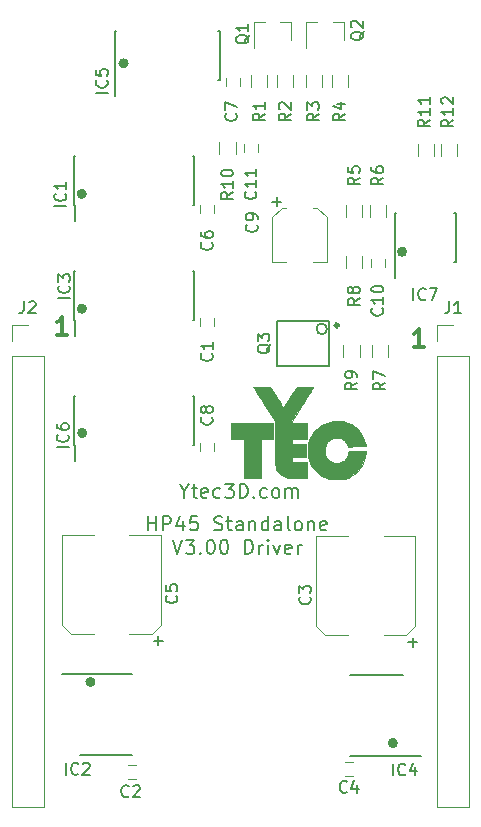
<source format=gto>
G04 #@! TF.FileFunction,Legend,Top*
%FSLAX46Y46*%
G04 Gerber Fmt 4.6, Leading zero omitted, Abs format (unit mm)*
G04 Created by KiCad (PCBNEW 4.0.6) date 12/30/18 12:01:16*
%MOMM*%
%LPD*%
G01*
G04 APERTURE LIST*
%ADD10C,0.100000*%
%ADD11C,0.400000*%
%ADD12C,0.300000*%
%ADD13C,0.200000*%
%ADD14C,0.150000*%
%ADD15C,0.120000*%
%ADD16C,0.010000*%
G04 APERTURE END LIST*
D10*
D11*
X87526385Y-78875000D02*
G75*
G03X87526385Y-78875000I-226385J0D01*
G01*
X113126385Y-84050000D02*
G75*
G03X113126385Y-84050000I-226385J0D01*
G01*
X86776385Y-37550000D02*
G75*
G03X86776385Y-37550000I-226385J0D01*
G01*
X113901385Y-42450000D02*
G75*
G03X113901385Y-42450000I-226385J0D01*
G01*
X90326385Y-26500000D02*
G75*
G03X90326385Y-26500000I-226385J0D01*
G01*
X86801385Y-47275000D02*
G75*
G03X86801385Y-47275000I-226385J0D01*
G01*
X86826385Y-57800000D02*
G75*
G03X86826385Y-57800000I-226385J0D01*
G01*
D12*
X115528572Y-50478571D02*
X114671429Y-50478571D01*
X115100001Y-50478571D02*
X115100001Y-48978571D01*
X114957144Y-49192857D01*
X114814286Y-49335714D01*
X114671429Y-49407143D01*
X85328572Y-49478571D02*
X84471429Y-49478571D01*
X84900001Y-49478571D02*
X84900001Y-47978571D01*
X84757144Y-48192857D01*
X84614286Y-48335714D01*
X84471429Y-48407143D01*
D13*
X92182144Y-66042857D02*
X92182144Y-64842857D01*
X92182144Y-65414286D02*
X92867859Y-65414286D01*
X92867859Y-66042857D02*
X92867859Y-64842857D01*
X93439287Y-66042857D02*
X93439287Y-64842857D01*
X93896430Y-64842857D01*
X94010716Y-64900000D01*
X94067859Y-64957143D01*
X94125002Y-65071429D01*
X94125002Y-65242857D01*
X94067859Y-65357143D01*
X94010716Y-65414286D01*
X93896430Y-65471429D01*
X93439287Y-65471429D01*
X95153573Y-65242857D02*
X95153573Y-66042857D01*
X94867859Y-64785714D02*
X94582144Y-65642857D01*
X95325002Y-65642857D01*
X96353573Y-64842857D02*
X95782144Y-64842857D01*
X95725001Y-65414286D01*
X95782144Y-65357143D01*
X95896430Y-65300000D01*
X96182144Y-65300000D01*
X96296430Y-65357143D01*
X96353573Y-65414286D01*
X96410716Y-65528571D01*
X96410716Y-65814286D01*
X96353573Y-65928571D01*
X96296430Y-65985714D01*
X96182144Y-66042857D01*
X95896430Y-66042857D01*
X95782144Y-65985714D01*
X95725001Y-65928571D01*
X97782144Y-65985714D02*
X97953573Y-66042857D01*
X98239287Y-66042857D01*
X98353573Y-65985714D01*
X98410716Y-65928571D01*
X98467859Y-65814286D01*
X98467859Y-65700000D01*
X98410716Y-65585714D01*
X98353573Y-65528571D01*
X98239287Y-65471429D01*
X98010716Y-65414286D01*
X97896430Y-65357143D01*
X97839287Y-65300000D01*
X97782144Y-65185714D01*
X97782144Y-65071429D01*
X97839287Y-64957143D01*
X97896430Y-64900000D01*
X98010716Y-64842857D01*
X98296430Y-64842857D01*
X98467859Y-64900000D01*
X98810716Y-65242857D02*
X99267859Y-65242857D01*
X98982144Y-64842857D02*
X98982144Y-65871429D01*
X99039287Y-65985714D01*
X99153573Y-66042857D01*
X99267859Y-66042857D01*
X100182144Y-66042857D02*
X100182144Y-65414286D01*
X100125001Y-65300000D01*
X100010715Y-65242857D01*
X99782144Y-65242857D01*
X99667858Y-65300000D01*
X100182144Y-65985714D02*
X100067858Y-66042857D01*
X99782144Y-66042857D01*
X99667858Y-65985714D01*
X99610715Y-65871429D01*
X99610715Y-65757143D01*
X99667858Y-65642857D01*
X99782144Y-65585714D01*
X100067858Y-65585714D01*
X100182144Y-65528571D01*
X100753572Y-65242857D02*
X100753572Y-66042857D01*
X100753572Y-65357143D02*
X100810715Y-65300000D01*
X100925001Y-65242857D01*
X101096429Y-65242857D01*
X101210715Y-65300000D01*
X101267858Y-65414286D01*
X101267858Y-66042857D01*
X102353572Y-66042857D02*
X102353572Y-64842857D01*
X102353572Y-65985714D02*
X102239286Y-66042857D01*
X102010715Y-66042857D01*
X101896429Y-65985714D01*
X101839286Y-65928571D01*
X101782143Y-65814286D01*
X101782143Y-65471429D01*
X101839286Y-65357143D01*
X101896429Y-65300000D01*
X102010715Y-65242857D01*
X102239286Y-65242857D01*
X102353572Y-65300000D01*
X103439286Y-66042857D02*
X103439286Y-65414286D01*
X103382143Y-65300000D01*
X103267857Y-65242857D01*
X103039286Y-65242857D01*
X102925000Y-65300000D01*
X103439286Y-65985714D02*
X103325000Y-66042857D01*
X103039286Y-66042857D01*
X102925000Y-65985714D01*
X102867857Y-65871429D01*
X102867857Y-65757143D01*
X102925000Y-65642857D01*
X103039286Y-65585714D01*
X103325000Y-65585714D01*
X103439286Y-65528571D01*
X104182143Y-66042857D02*
X104067857Y-65985714D01*
X104010714Y-65871429D01*
X104010714Y-64842857D01*
X104810714Y-66042857D02*
X104696428Y-65985714D01*
X104639285Y-65928571D01*
X104582142Y-65814286D01*
X104582142Y-65471429D01*
X104639285Y-65357143D01*
X104696428Y-65300000D01*
X104810714Y-65242857D01*
X104982142Y-65242857D01*
X105096428Y-65300000D01*
X105153571Y-65357143D01*
X105210714Y-65471429D01*
X105210714Y-65814286D01*
X105153571Y-65928571D01*
X105096428Y-65985714D01*
X104982142Y-66042857D01*
X104810714Y-66042857D01*
X105724999Y-65242857D02*
X105724999Y-66042857D01*
X105724999Y-65357143D02*
X105782142Y-65300000D01*
X105896428Y-65242857D01*
X106067856Y-65242857D01*
X106182142Y-65300000D01*
X106239285Y-65414286D01*
X106239285Y-66042857D01*
X107267856Y-65985714D02*
X107153570Y-66042857D01*
X106924999Y-66042857D01*
X106810713Y-65985714D01*
X106753570Y-65871429D01*
X106753570Y-65414286D01*
X106810713Y-65300000D01*
X106924999Y-65242857D01*
X107153570Y-65242857D01*
X107267856Y-65300000D01*
X107324999Y-65414286D01*
X107324999Y-65528571D01*
X106753570Y-65642857D01*
X94267858Y-66842857D02*
X94667858Y-68042857D01*
X95067858Y-66842857D01*
X95353572Y-66842857D02*
X96096429Y-66842857D01*
X95696429Y-67300000D01*
X95867857Y-67300000D01*
X95982143Y-67357143D01*
X96039286Y-67414286D01*
X96096429Y-67528571D01*
X96096429Y-67814286D01*
X96039286Y-67928571D01*
X95982143Y-67985714D01*
X95867857Y-68042857D01*
X95525000Y-68042857D01*
X95410714Y-67985714D01*
X95353572Y-67928571D01*
X96610714Y-67928571D02*
X96667857Y-67985714D01*
X96610714Y-68042857D01*
X96553571Y-67985714D01*
X96610714Y-67928571D01*
X96610714Y-68042857D01*
X97410715Y-66842857D02*
X97525000Y-66842857D01*
X97639286Y-66900000D01*
X97696429Y-66957143D01*
X97753572Y-67071429D01*
X97810715Y-67300000D01*
X97810715Y-67585714D01*
X97753572Y-67814286D01*
X97696429Y-67928571D01*
X97639286Y-67985714D01*
X97525000Y-68042857D01*
X97410715Y-68042857D01*
X97296429Y-67985714D01*
X97239286Y-67928571D01*
X97182143Y-67814286D01*
X97125000Y-67585714D01*
X97125000Y-67300000D01*
X97182143Y-67071429D01*
X97239286Y-66957143D01*
X97296429Y-66900000D01*
X97410715Y-66842857D01*
X98553572Y-66842857D02*
X98667857Y-66842857D01*
X98782143Y-66900000D01*
X98839286Y-66957143D01*
X98896429Y-67071429D01*
X98953572Y-67300000D01*
X98953572Y-67585714D01*
X98896429Y-67814286D01*
X98839286Y-67928571D01*
X98782143Y-67985714D01*
X98667857Y-68042857D01*
X98553572Y-68042857D01*
X98439286Y-67985714D01*
X98382143Y-67928571D01*
X98325000Y-67814286D01*
X98267857Y-67585714D01*
X98267857Y-67300000D01*
X98325000Y-67071429D01*
X98382143Y-66957143D01*
X98439286Y-66900000D01*
X98553572Y-66842857D01*
X100382143Y-68042857D02*
X100382143Y-66842857D01*
X100667858Y-66842857D01*
X100839286Y-66900000D01*
X100953572Y-67014286D01*
X101010715Y-67128571D01*
X101067858Y-67357143D01*
X101067858Y-67528571D01*
X101010715Y-67757143D01*
X100953572Y-67871429D01*
X100839286Y-67985714D01*
X100667858Y-68042857D01*
X100382143Y-68042857D01*
X101582143Y-68042857D02*
X101582143Y-67242857D01*
X101582143Y-67471429D02*
X101639286Y-67357143D01*
X101696429Y-67300000D01*
X101810715Y-67242857D01*
X101925000Y-67242857D01*
X102325000Y-68042857D02*
X102325000Y-67242857D01*
X102325000Y-66842857D02*
X102267857Y-66900000D01*
X102325000Y-66957143D01*
X102382143Y-66900000D01*
X102325000Y-66842857D01*
X102325000Y-66957143D01*
X102782144Y-67242857D02*
X103067858Y-68042857D01*
X103353572Y-67242857D01*
X104267858Y-67985714D02*
X104153572Y-68042857D01*
X103925001Y-68042857D01*
X103810715Y-67985714D01*
X103753572Y-67871429D01*
X103753572Y-67414286D01*
X103810715Y-67300000D01*
X103925001Y-67242857D01*
X104153572Y-67242857D01*
X104267858Y-67300000D01*
X104325001Y-67414286D01*
X104325001Y-67528571D01*
X103753572Y-67642857D01*
X104839286Y-68042857D02*
X104839286Y-67242857D01*
X104839286Y-67471429D02*
X104896429Y-67357143D01*
X104953572Y-67300000D01*
X105067858Y-67242857D01*
X105182143Y-67242857D01*
X95239287Y-62721429D02*
X95239287Y-63292857D01*
X94839287Y-62092857D02*
X95239287Y-62721429D01*
X95639287Y-62092857D01*
X95867858Y-62492857D02*
X96325001Y-62492857D01*
X96039286Y-62092857D02*
X96039286Y-63121429D01*
X96096429Y-63235714D01*
X96210715Y-63292857D01*
X96325001Y-63292857D01*
X97182143Y-63235714D02*
X97067857Y-63292857D01*
X96839286Y-63292857D01*
X96725000Y-63235714D01*
X96667857Y-63121429D01*
X96667857Y-62664286D01*
X96725000Y-62550000D01*
X96839286Y-62492857D01*
X97067857Y-62492857D01*
X97182143Y-62550000D01*
X97239286Y-62664286D01*
X97239286Y-62778571D01*
X96667857Y-62892857D01*
X98267857Y-63235714D02*
X98153571Y-63292857D01*
X97925000Y-63292857D01*
X97810714Y-63235714D01*
X97753571Y-63178571D01*
X97696428Y-63064286D01*
X97696428Y-62721429D01*
X97753571Y-62607143D01*
X97810714Y-62550000D01*
X97925000Y-62492857D01*
X98153571Y-62492857D01*
X98267857Y-62550000D01*
X98667857Y-62092857D02*
X99410714Y-62092857D01*
X99010714Y-62550000D01*
X99182142Y-62550000D01*
X99296428Y-62607143D01*
X99353571Y-62664286D01*
X99410714Y-62778571D01*
X99410714Y-63064286D01*
X99353571Y-63178571D01*
X99296428Y-63235714D01*
X99182142Y-63292857D01*
X98839285Y-63292857D01*
X98724999Y-63235714D01*
X98667857Y-63178571D01*
X99924999Y-63292857D02*
X99924999Y-62092857D01*
X100210714Y-62092857D01*
X100382142Y-62150000D01*
X100496428Y-62264286D01*
X100553571Y-62378571D01*
X100610714Y-62607143D01*
X100610714Y-62778571D01*
X100553571Y-63007143D01*
X100496428Y-63121429D01*
X100382142Y-63235714D01*
X100210714Y-63292857D01*
X99924999Y-63292857D01*
X101124999Y-63178571D02*
X101182142Y-63235714D01*
X101124999Y-63292857D01*
X101067856Y-63235714D01*
X101124999Y-63178571D01*
X101124999Y-63292857D01*
X102210714Y-63235714D02*
X102096428Y-63292857D01*
X101867857Y-63292857D01*
X101753571Y-63235714D01*
X101696428Y-63178571D01*
X101639285Y-63064286D01*
X101639285Y-62721429D01*
X101696428Y-62607143D01*
X101753571Y-62550000D01*
X101867857Y-62492857D01*
X102096428Y-62492857D01*
X102210714Y-62550000D01*
X102896428Y-63292857D02*
X102782142Y-63235714D01*
X102724999Y-63178571D01*
X102667856Y-63064286D01*
X102667856Y-62721429D01*
X102724999Y-62607143D01*
X102782142Y-62550000D01*
X102896428Y-62492857D01*
X103067856Y-62492857D01*
X103182142Y-62550000D01*
X103239285Y-62607143D01*
X103296428Y-62721429D01*
X103296428Y-63064286D01*
X103239285Y-63178571D01*
X103182142Y-63235714D01*
X103067856Y-63292857D01*
X102896428Y-63292857D01*
X103810713Y-63292857D02*
X103810713Y-62492857D01*
X103810713Y-62607143D02*
X103867856Y-62550000D01*
X103982142Y-62492857D01*
X104153570Y-62492857D01*
X104267856Y-62550000D01*
X104324999Y-62664286D01*
X104324999Y-63292857D01*
X104324999Y-62664286D02*
X104382142Y-62550000D01*
X104496428Y-62492857D01*
X104667856Y-62492857D01*
X104782142Y-62550000D01*
X104839285Y-62664286D01*
X104839285Y-63292857D01*
D14*
X85925000Y-48200000D02*
X85950000Y-48200000D01*
X85925000Y-44050000D02*
X86030000Y-44050000D01*
X96075000Y-44050000D02*
X95970000Y-44050000D01*
X96075000Y-48200000D02*
X95970000Y-48200000D01*
X85925000Y-48200000D02*
X85925000Y-44050000D01*
X96075000Y-48200000D02*
X96075000Y-44050000D01*
X85950000Y-48200000D02*
X85950000Y-49575000D01*
D15*
X96600000Y-48750000D02*
X96600000Y-48050000D01*
X97800000Y-48050000D02*
X97800000Y-48750000D01*
X91150000Y-87125000D02*
X90450000Y-87125000D01*
X90450000Y-85925000D02*
X91150000Y-85925000D01*
X114790000Y-66560000D02*
X112110000Y-66560000D01*
X106410000Y-66560000D02*
X109090000Y-66560000D01*
X107170000Y-74940000D02*
X109090000Y-74940000D01*
X114030000Y-74940000D02*
X112110000Y-74940000D01*
X114790000Y-66560000D02*
X114790000Y-74180000D01*
X114790000Y-74180000D02*
X114030000Y-74940000D01*
X107170000Y-74940000D02*
X106410000Y-74180000D01*
X106410000Y-74180000D02*
X106410000Y-66560000D01*
X109550000Y-86850000D02*
X108850000Y-86850000D01*
X108850000Y-85650000D02*
X109550000Y-85650000D01*
X96600000Y-39200000D02*
X96600000Y-38500000D01*
X97800000Y-38500000D02*
X97800000Y-39200000D01*
X98800000Y-28400000D02*
X98800000Y-27700000D01*
X100000000Y-27700000D02*
X100000000Y-28400000D01*
X96600000Y-59350000D02*
X96600000Y-58650000D01*
X97800000Y-58650000D02*
X97800000Y-59350000D01*
X103480000Y-38710000D02*
X103880000Y-38710000D01*
X102710000Y-43290000D02*
X103880000Y-43290000D01*
X107290000Y-43290000D02*
X106120000Y-43290000D01*
X106520000Y-38710000D02*
X106120000Y-38710000D01*
X102710000Y-39480000D02*
X102710000Y-43290000D01*
X102710000Y-39480000D02*
X103480000Y-38710000D01*
X107290000Y-39480000D02*
X107290000Y-43290000D01*
X107290000Y-39480000D02*
X106520000Y-38710000D01*
X111039708Y-43741646D02*
X111039708Y-43041646D01*
X112239708Y-43041646D02*
X112239708Y-43741646D01*
X101500000Y-33300000D02*
X101500000Y-34000000D01*
X100300000Y-34000000D02*
X100300000Y-33300000D01*
D14*
X85925000Y-38475000D02*
X85950000Y-38475000D01*
X85925000Y-34325000D02*
X86030000Y-34325000D01*
X96075000Y-34325000D02*
X95970000Y-34325000D01*
X96075000Y-38475000D02*
X95970000Y-38475000D01*
X85925000Y-38475000D02*
X85925000Y-34325000D01*
X96075000Y-38475000D02*
X96075000Y-34325000D01*
X85950000Y-38475000D02*
X85950000Y-39850000D01*
X86400000Y-85075000D02*
X90850000Y-85075000D01*
X84875000Y-78175000D02*
X90850000Y-78175000D01*
X113731000Y-78255000D02*
X109281000Y-78255000D01*
X115256000Y-85155000D02*
X109281000Y-85155000D01*
X89350000Y-27875000D02*
X89375000Y-27875000D01*
X89350000Y-23725000D02*
X89465000Y-23725000D01*
X98250000Y-23725000D02*
X98135000Y-23725000D01*
X98250000Y-27875000D02*
X98135000Y-27875000D01*
X89350000Y-27875000D02*
X89350000Y-23725000D01*
X98250000Y-27875000D02*
X98250000Y-23725000D01*
X89375000Y-27875000D02*
X89375000Y-29250000D01*
X85925000Y-58775000D02*
X85950000Y-58775000D01*
X85925000Y-54625000D02*
X86030000Y-54625000D01*
X96075000Y-54625000D02*
X95970000Y-54625000D01*
X96075000Y-58775000D02*
X95970000Y-58775000D01*
X85925000Y-58775000D02*
X85925000Y-54625000D01*
X96075000Y-58775000D02*
X96075000Y-54625000D01*
X85950000Y-58775000D02*
X85950000Y-60150000D01*
X113064708Y-43316646D02*
X113114708Y-43316646D01*
X113064708Y-39166646D02*
X113209708Y-39166646D01*
X118214708Y-39166646D02*
X118069708Y-39166646D01*
X118214708Y-43316646D02*
X118069708Y-43316646D01*
X113064708Y-43316646D02*
X113064708Y-39166646D01*
X118214708Y-43316646D02*
X118214708Y-39166646D01*
X113114708Y-43316646D02*
X113114708Y-44716646D01*
D15*
X104280000Y-23040000D02*
X103350000Y-23040000D01*
X101120000Y-23040000D02*
X102050000Y-23040000D01*
X101120000Y-23040000D02*
X101120000Y-25200000D01*
X104280000Y-23040000D02*
X104280000Y-24500000D01*
X108730000Y-23040000D02*
X107800000Y-23040000D01*
X105570000Y-23040000D02*
X106500000Y-23040000D01*
X105570000Y-23040000D02*
X105570000Y-25200000D01*
X108730000Y-23040000D02*
X108730000Y-24500000D01*
D12*
X108293921Y-48670000D02*
G75*
G03X108293921Y-48670000I-141421J0D01*
G01*
D14*
X107331513Y-48987500D02*
G75*
G03X107331513Y-48987500I-449013J0D01*
G01*
X107517500Y-48352500D02*
X103072500Y-48352500D01*
X103072500Y-48352500D02*
X103072500Y-52162500D01*
X103072500Y-52162500D02*
X107517500Y-52162500D01*
X107517500Y-52162500D02*
X107517500Y-48352500D01*
D15*
X100920000Y-28500000D02*
X100920000Y-27500000D01*
X102280000Y-27500000D02*
X102280000Y-28500000D01*
X103120000Y-28500000D02*
X103120000Y-27500000D01*
X104480000Y-27500000D02*
X104480000Y-28500000D01*
X105520000Y-28500000D02*
X105520000Y-27500000D01*
X106880000Y-27500000D02*
X106880000Y-28500000D01*
X107720000Y-28500000D02*
X107720000Y-27500000D01*
X109080000Y-27500000D02*
X109080000Y-28500000D01*
X108959708Y-39491646D02*
X108959708Y-38491646D01*
X110319708Y-38491646D02*
X110319708Y-39491646D01*
X112319708Y-38491646D02*
X112319708Y-39491646D01*
X110959708Y-39491646D02*
X110959708Y-38491646D01*
X112480000Y-50357029D02*
X112480000Y-51357029D01*
X111120000Y-51357029D02*
X111120000Y-50357029D01*
X108959708Y-43841646D02*
X108959708Y-42841646D01*
X110319708Y-42841646D02*
X110319708Y-43841646D01*
X108720000Y-51357029D02*
X108720000Y-50357029D01*
X110080000Y-50357029D02*
X110080000Y-51357029D01*
X99580000Y-33150000D02*
X99580000Y-34150000D01*
X98220000Y-34150000D02*
X98220000Y-33150000D01*
X116365219Y-33323175D02*
X116365219Y-34323175D01*
X115005219Y-34323175D02*
X115005219Y-33323175D01*
X118365219Y-33323175D02*
X118365219Y-34323175D01*
X117005219Y-34323175D02*
X117005219Y-33323175D01*
X116670000Y-51270000D02*
X116670000Y-89430000D01*
X116670000Y-89430000D02*
X119330000Y-89430000D01*
X119330000Y-89430000D02*
X119330000Y-51270000D01*
X119330000Y-51270000D02*
X116670000Y-51270000D01*
X116670000Y-50000000D02*
X116670000Y-48670000D01*
X116670000Y-48670000D02*
X118000000Y-48670000D01*
X80670000Y-51270000D02*
X80670000Y-89430000D01*
X80670000Y-89430000D02*
X83330000Y-89430000D01*
X83330000Y-89430000D02*
X83330000Y-51270000D01*
X83330000Y-51270000D02*
X80670000Y-51270000D01*
X80670000Y-50000000D02*
X80670000Y-48670000D01*
X80670000Y-48670000D02*
X82000000Y-48670000D01*
X93265000Y-66410000D02*
X90585000Y-66410000D01*
X84885000Y-66410000D02*
X87565000Y-66410000D01*
X85645000Y-74790000D02*
X87565000Y-74790000D01*
X92505000Y-74790000D02*
X90585000Y-74790000D01*
X93265000Y-66410000D02*
X93265000Y-74030000D01*
X93265000Y-74030000D02*
X92505000Y-74790000D01*
X85645000Y-74790000D02*
X84885000Y-74030000D01*
X84885000Y-74030000D02*
X84885000Y-66410000D01*
D16*
G36*
X108385760Y-56791965D02*
X108643622Y-56822665D01*
X108883424Y-56873493D01*
X109107939Y-56945536D01*
X109319939Y-57039881D01*
X109522196Y-57157616D01*
X109717483Y-57299828D01*
X109751558Y-57327652D01*
X109930716Y-57493703D01*
X110091048Y-57679088D01*
X110232935Y-57884440D01*
X110356754Y-58110389D01*
X110462884Y-58357569D01*
X110551704Y-58626613D01*
X110570551Y-58694746D01*
X110587028Y-58758178D01*
X110599836Y-58810776D01*
X110607709Y-58847094D01*
X110609381Y-58861688D01*
X110609366Y-58861703D01*
X110594789Y-58863411D01*
X110554790Y-58866720D01*
X110492114Y-58871435D01*
X110409502Y-58877364D01*
X110309700Y-58884312D01*
X110195449Y-58892087D01*
X110069494Y-58900494D01*
X109934579Y-58909341D01*
X109927389Y-58909808D01*
X109789127Y-58918855D01*
X109657249Y-58927615D01*
X109534886Y-58935871D01*
X109425166Y-58943405D01*
X109331221Y-58950001D01*
X109256179Y-58955441D01*
X109203169Y-58959508D01*
X109175922Y-58961920D01*
X109131480Y-58965342D01*
X109107200Y-58962030D01*
X109095487Y-58950371D01*
X109093055Y-58944328D01*
X109023454Y-58770747D01*
X108940049Y-58618177D01*
X108843841Y-58487905D01*
X108735829Y-58381222D01*
X108617013Y-58299416D01*
X108576591Y-58278568D01*
X108485259Y-58238396D01*
X108403647Y-58211165D01*
X108321897Y-58194772D01*
X108230152Y-58187111D01*
X108142334Y-58185860D01*
X107971067Y-58198691D01*
X107814263Y-58235579D01*
X107670757Y-58297080D01*
X107539383Y-58383751D01*
X107418977Y-58496148D01*
X107367508Y-58555954D01*
X107277874Y-58688750D01*
X107209112Y-58836671D01*
X107161513Y-58995533D01*
X107135363Y-59161154D01*
X107130954Y-59329349D01*
X107148574Y-59495935D01*
X107188512Y-59656729D01*
X107251056Y-59807547D01*
X107277667Y-59856056D01*
X107330976Y-59933390D01*
X107400709Y-60015259D01*
X107479089Y-60093720D01*
X107558337Y-60160833D01*
X107613302Y-60198725D01*
X107750034Y-60265808D01*
X107898538Y-60310696D01*
X108054180Y-60333537D01*
X108212323Y-60334483D01*
X108368334Y-60313683D01*
X108517575Y-60271286D01*
X108655413Y-60207443D01*
X108725331Y-60162780D01*
X108837058Y-60067930D01*
X108931059Y-59954881D01*
X109008205Y-59822112D01*
X109069367Y-59668104D01*
X109115414Y-59491336D01*
X109118544Y-59475797D01*
X109149986Y-59316437D01*
X109552799Y-59325723D01*
X109680443Y-59328726D01*
X109820381Y-59332122D01*
X109963817Y-59335691D01*
X110101956Y-59339212D01*
X110226002Y-59342465D01*
X110290564Y-59344211D01*
X110625517Y-59353415D01*
X110617307Y-59411180D01*
X110599478Y-59519603D01*
X110575254Y-59642701D01*
X110546736Y-59771328D01*
X110516023Y-59896337D01*
X110485216Y-60008582D01*
X110465639Y-60071872D01*
X110368016Y-60329622D01*
X110251540Y-60567234D01*
X110116544Y-60784304D01*
X109963362Y-60980430D01*
X109792326Y-61155206D01*
X109603770Y-61308230D01*
X109398026Y-61439097D01*
X109292389Y-61494351D01*
X109081032Y-61584149D01*
X108856187Y-61653070D01*
X108614808Y-61701967D01*
X108488056Y-61719048D01*
X108399013Y-61726276D01*
X108290824Y-61730496D01*
X108171781Y-61731787D01*
X108050178Y-61730226D01*
X107934309Y-61725890D01*
X107832466Y-61718857D01*
X107774139Y-61712393D01*
X107520862Y-61666561D01*
X107285184Y-61599958D01*
X107064391Y-61511238D01*
X106855774Y-61399052D01*
X106656620Y-61262056D01*
X106464218Y-61098900D01*
X106384551Y-61022031D01*
X106224509Y-60849762D01*
X106089365Y-60676606D01*
X105976071Y-60497744D01*
X105881578Y-60308355D01*
X105802838Y-60103617D01*
X105801818Y-60100576D01*
X105738205Y-59869344D01*
X105696813Y-59625626D01*
X105677628Y-59374318D01*
X105680635Y-59120313D01*
X105705820Y-58868506D01*
X105753168Y-58623791D01*
X105806838Y-58436879D01*
X105897678Y-58208503D01*
X106014963Y-57988461D01*
X106157792Y-57778122D01*
X106325261Y-57578856D01*
X106465701Y-57438230D01*
X106665893Y-57270474D01*
X106880272Y-57126773D01*
X107107615Y-57007537D01*
X107346698Y-56913181D01*
X107596295Y-56844115D01*
X107855184Y-56800751D01*
X108122139Y-56783503D01*
X108385760Y-56791965D01*
X108385760Y-56791965D01*
G37*
X108385760Y-56791965D02*
X108643622Y-56822665D01*
X108883424Y-56873493D01*
X109107939Y-56945536D01*
X109319939Y-57039881D01*
X109522196Y-57157616D01*
X109717483Y-57299828D01*
X109751558Y-57327652D01*
X109930716Y-57493703D01*
X110091048Y-57679088D01*
X110232935Y-57884440D01*
X110356754Y-58110389D01*
X110462884Y-58357569D01*
X110551704Y-58626613D01*
X110570551Y-58694746D01*
X110587028Y-58758178D01*
X110599836Y-58810776D01*
X110607709Y-58847094D01*
X110609381Y-58861688D01*
X110609366Y-58861703D01*
X110594789Y-58863411D01*
X110554790Y-58866720D01*
X110492114Y-58871435D01*
X110409502Y-58877364D01*
X110309700Y-58884312D01*
X110195449Y-58892087D01*
X110069494Y-58900494D01*
X109934579Y-58909341D01*
X109927389Y-58909808D01*
X109789127Y-58918855D01*
X109657249Y-58927615D01*
X109534886Y-58935871D01*
X109425166Y-58943405D01*
X109331221Y-58950001D01*
X109256179Y-58955441D01*
X109203169Y-58959508D01*
X109175922Y-58961920D01*
X109131480Y-58965342D01*
X109107200Y-58962030D01*
X109095487Y-58950371D01*
X109093055Y-58944328D01*
X109023454Y-58770747D01*
X108940049Y-58618177D01*
X108843841Y-58487905D01*
X108735829Y-58381222D01*
X108617013Y-58299416D01*
X108576591Y-58278568D01*
X108485259Y-58238396D01*
X108403647Y-58211165D01*
X108321897Y-58194772D01*
X108230152Y-58187111D01*
X108142334Y-58185860D01*
X107971067Y-58198691D01*
X107814263Y-58235579D01*
X107670757Y-58297080D01*
X107539383Y-58383751D01*
X107418977Y-58496148D01*
X107367508Y-58555954D01*
X107277874Y-58688750D01*
X107209112Y-58836671D01*
X107161513Y-58995533D01*
X107135363Y-59161154D01*
X107130954Y-59329349D01*
X107148574Y-59495935D01*
X107188512Y-59656729D01*
X107251056Y-59807547D01*
X107277667Y-59856056D01*
X107330976Y-59933390D01*
X107400709Y-60015259D01*
X107479089Y-60093720D01*
X107558337Y-60160833D01*
X107613302Y-60198725D01*
X107750034Y-60265808D01*
X107898538Y-60310696D01*
X108054180Y-60333537D01*
X108212323Y-60334483D01*
X108368334Y-60313683D01*
X108517575Y-60271286D01*
X108655413Y-60207443D01*
X108725331Y-60162780D01*
X108837058Y-60067930D01*
X108931059Y-59954881D01*
X109008205Y-59822112D01*
X109069367Y-59668104D01*
X109115414Y-59491336D01*
X109118544Y-59475797D01*
X109149986Y-59316437D01*
X109552799Y-59325723D01*
X109680443Y-59328726D01*
X109820381Y-59332122D01*
X109963817Y-59335691D01*
X110101956Y-59339212D01*
X110226002Y-59342465D01*
X110290564Y-59344211D01*
X110625517Y-59353415D01*
X110617307Y-59411180D01*
X110599478Y-59519603D01*
X110575254Y-59642701D01*
X110546736Y-59771328D01*
X110516023Y-59896337D01*
X110485216Y-60008582D01*
X110465639Y-60071872D01*
X110368016Y-60329622D01*
X110251540Y-60567234D01*
X110116544Y-60784304D01*
X109963362Y-60980430D01*
X109792326Y-61155206D01*
X109603770Y-61308230D01*
X109398026Y-61439097D01*
X109292389Y-61494351D01*
X109081032Y-61584149D01*
X108856187Y-61653070D01*
X108614808Y-61701967D01*
X108488056Y-61719048D01*
X108399013Y-61726276D01*
X108290824Y-61730496D01*
X108171781Y-61731787D01*
X108050178Y-61730226D01*
X107934309Y-61725890D01*
X107832466Y-61718857D01*
X107774139Y-61712393D01*
X107520862Y-61666561D01*
X107285184Y-61599958D01*
X107064391Y-61511238D01*
X106855774Y-61399052D01*
X106656620Y-61262056D01*
X106464218Y-61098900D01*
X106384551Y-61022031D01*
X106224509Y-60849762D01*
X106089365Y-60676606D01*
X105976071Y-60497744D01*
X105881578Y-60308355D01*
X105802838Y-60103617D01*
X105801818Y-60100576D01*
X105738205Y-59869344D01*
X105696813Y-59625626D01*
X105677628Y-59374318D01*
X105680635Y-59120313D01*
X105705820Y-58868506D01*
X105753168Y-58623791D01*
X105806838Y-58436879D01*
X105897678Y-58208503D01*
X106014963Y-57988461D01*
X106157792Y-57778122D01*
X106325261Y-57578856D01*
X106465701Y-57438230D01*
X106665893Y-57270474D01*
X106880272Y-57126773D01*
X107107615Y-57007537D01*
X107346698Y-56913181D01*
X107596295Y-56844115D01*
X107855184Y-56800751D01*
X108122139Y-56783503D01*
X108385760Y-56791965D01*
G36*
X102780112Y-58290667D02*
X101707667Y-58290667D01*
X101707667Y-61635000D01*
X100296556Y-61635000D01*
X100296556Y-58290667D01*
X99224112Y-58290667D01*
X99224112Y-56921889D01*
X102780112Y-56921889D01*
X102780112Y-58290667D01*
X102780112Y-58290667D01*
G37*
X102780112Y-58290667D02*
X101707667Y-58290667D01*
X101707667Y-61635000D01*
X100296556Y-61635000D01*
X100296556Y-58290667D01*
X99224112Y-58290667D01*
X99224112Y-56921889D01*
X102780112Y-56921889D01*
X102780112Y-58290667D01*
G36*
X105594586Y-53916430D02*
X105722670Y-53917027D01*
X105839093Y-53917972D01*
X105941165Y-53919223D01*
X106026196Y-53920739D01*
X106091493Y-53922481D01*
X106134368Y-53924406D01*
X106152128Y-53926475D01*
X106152460Y-53926806D01*
X106145032Y-53940643D01*
X106123944Y-53975557D01*
X106090850Y-54028916D01*
X106047404Y-54098091D01*
X105995259Y-54180451D01*
X105936069Y-54273366D01*
X105871488Y-54374205D01*
X105857486Y-54396000D01*
X105801072Y-54483874D01*
X105731468Y-54592464D01*
X105650646Y-54718682D01*
X105560582Y-54859443D01*
X105463248Y-55011658D01*
X105360617Y-55172241D01*
X105254663Y-55338105D01*
X105147360Y-55506163D01*
X105040681Y-55673329D01*
X104947526Y-55819377D01*
X104332334Y-56784143D01*
X104332334Y-59209572D01*
X104332297Y-59526992D01*
X104332183Y-59817250D01*
X104331983Y-60081403D01*
X104331689Y-60320510D01*
X104331294Y-60535632D01*
X104330790Y-60727825D01*
X104330170Y-60898150D01*
X104329425Y-61047665D01*
X104328549Y-61177430D01*
X104327533Y-61288502D01*
X104326369Y-61381942D01*
X104325050Y-61458807D01*
X104323569Y-61520158D01*
X104321916Y-61567052D01*
X104320086Y-61600548D01*
X104318070Y-61621707D01*
X104315860Y-61631585D01*
X104314695Y-61632628D01*
X104289968Y-61629886D01*
X104250858Y-61626071D01*
X104240612Y-61625128D01*
X104153555Y-61613833D01*
X104051916Y-61595366D01*
X103947637Y-61572195D01*
X103852657Y-61546794D01*
X103833167Y-61540827D01*
X103649156Y-61469741D01*
X103485417Y-61379072D01*
X103342158Y-61269080D01*
X103219584Y-61140027D01*
X103117901Y-60992172D01*
X103037315Y-60825778D01*
X102978031Y-60641104D01*
X102940256Y-60438412D01*
X102936225Y-60404362D01*
X102933669Y-60365956D01*
X102931336Y-60299740D01*
X102929231Y-60206127D01*
X102927357Y-60085527D01*
X102925718Y-59938352D01*
X102924315Y-59765014D01*
X102923154Y-59565925D01*
X102922237Y-59341497D01*
X102921567Y-59092140D01*
X102921149Y-58818267D01*
X102920985Y-58527584D01*
X102920748Y-56787834D01*
X102244742Y-55729500D01*
X102084830Y-55479115D01*
X101939535Y-55251541D01*
X101808249Y-55045823D01*
X101690369Y-54861007D01*
X101585288Y-54696137D01*
X101492401Y-54550260D01*
X101411104Y-54422419D01*
X101340790Y-54311661D01*
X101280855Y-54217030D01*
X101230693Y-54137572D01*
X101189699Y-54072332D01*
X101157267Y-54020355D01*
X101132793Y-53980686D01*
X101115670Y-53952371D01*
X101105294Y-53934455D01*
X101101059Y-53925982D01*
X101100889Y-53925228D01*
X101114558Y-53923482D01*
X101153798Y-53921858D01*
X101215955Y-53920387D01*
X101298379Y-53919101D01*
X101398417Y-53918034D01*
X101513418Y-53917218D01*
X101640730Y-53916685D01*
X101777700Y-53916467D01*
X101817028Y-53916467D01*
X102533167Y-53916711D01*
X102746844Y-54258661D01*
X102889450Y-54486764D01*
X103017663Y-54691597D01*
X103131942Y-54873886D01*
X103232747Y-55034359D01*
X103320540Y-55173742D01*
X103395782Y-55292762D01*
X103458932Y-55392145D01*
X103510452Y-55472617D01*
X103550802Y-55534906D01*
X103580444Y-55579738D01*
X103599836Y-55607839D01*
X103609441Y-55619936D01*
X103610299Y-55620526D01*
X103619977Y-55609767D01*
X103643993Y-55577322D01*
X103681089Y-55525027D01*
X103730008Y-55454715D01*
X103789493Y-55368224D01*
X103858287Y-55267388D01*
X103935131Y-55154043D01*
X104018769Y-55030025D01*
X104107943Y-54897168D01*
X104192622Y-54770466D01*
X104762395Y-53916223D01*
X105457531Y-53916223D01*
X105594586Y-53916430D01*
X105594586Y-53916430D01*
G37*
X105594586Y-53916430D02*
X105722670Y-53917027D01*
X105839093Y-53917972D01*
X105941165Y-53919223D01*
X106026196Y-53920739D01*
X106091493Y-53922481D01*
X106134368Y-53924406D01*
X106152128Y-53926475D01*
X106152460Y-53926806D01*
X106145032Y-53940643D01*
X106123944Y-53975557D01*
X106090850Y-54028916D01*
X106047404Y-54098091D01*
X105995259Y-54180451D01*
X105936069Y-54273366D01*
X105871488Y-54374205D01*
X105857486Y-54396000D01*
X105801072Y-54483874D01*
X105731468Y-54592464D01*
X105650646Y-54718682D01*
X105560582Y-54859443D01*
X105463248Y-55011658D01*
X105360617Y-55172241D01*
X105254663Y-55338105D01*
X105147360Y-55506163D01*
X105040681Y-55673329D01*
X104947526Y-55819377D01*
X104332334Y-56784143D01*
X104332334Y-59209572D01*
X104332297Y-59526992D01*
X104332183Y-59817250D01*
X104331983Y-60081403D01*
X104331689Y-60320510D01*
X104331294Y-60535632D01*
X104330790Y-60727825D01*
X104330170Y-60898150D01*
X104329425Y-61047665D01*
X104328549Y-61177430D01*
X104327533Y-61288502D01*
X104326369Y-61381942D01*
X104325050Y-61458807D01*
X104323569Y-61520158D01*
X104321916Y-61567052D01*
X104320086Y-61600548D01*
X104318070Y-61621707D01*
X104315860Y-61631585D01*
X104314695Y-61632628D01*
X104289968Y-61629886D01*
X104250858Y-61626071D01*
X104240612Y-61625128D01*
X104153555Y-61613833D01*
X104051916Y-61595366D01*
X103947637Y-61572195D01*
X103852657Y-61546794D01*
X103833167Y-61540827D01*
X103649156Y-61469741D01*
X103485417Y-61379072D01*
X103342158Y-61269080D01*
X103219584Y-61140027D01*
X103117901Y-60992172D01*
X103037315Y-60825778D01*
X102978031Y-60641104D01*
X102940256Y-60438412D01*
X102936225Y-60404362D01*
X102933669Y-60365956D01*
X102931336Y-60299740D01*
X102929231Y-60206127D01*
X102927357Y-60085527D01*
X102925718Y-59938352D01*
X102924315Y-59765014D01*
X102923154Y-59565925D01*
X102922237Y-59341497D01*
X102921567Y-59092140D01*
X102921149Y-58818267D01*
X102920985Y-58527584D01*
X102920748Y-56787834D01*
X102244742Y-55729500D01*
X102084830Y-55479115D01*
X101939535Y-55251541D01*
X101808249Y-55045823D01*
X101690369Y-54861007D01*
X101585288Y-54696137D01*
X101492401Y-54550260D01*
X101411104Y-54422419D01*
X101340790Y-54311661D01*
X101280855Y-54217030D01*
X101230693Y-54137572D01*
X101189699Y-54072332D01*
X101157267Y-54020355D01*
X101132793Y-53980686D01*
X101115670Y-53952371D01*
X101105294Y-53934455D01*
X101101059Y-53925982D01*
X101100889Y-53925228D01*
X101114558Y-53923482D01*
X101153798Y-53921858D01*
X101215955Y-53920387D01*
X101298379Y-53919101D01*
X101398417Y-53918034D01*
X101513418Y-53917218D01*
X101640730Y-53916685D01*
X101777700Y-53916467D01*
X101817028Y-53916467D01*
X102533167Y-53916711D01*
X102746844Y-54258661D01*
X102889450Y-54486764D01*
X103017663Y-54691597D01*
X103131942Y-54873886D01*
X103232747Y-55034359D01*
X103320540Y-55173742D01*
X103395782Y-55292762D01*
X103458932Y-55392145D01*
X103510452Y-55472617D01*
X103550802Y-55534906D01*
X103580444Y-55579738D01*
X103599836Y-55607839D01*
X103609441Y-55619936D01*
X103610299Y-55620526D01*
X103619977Y-55609767D01*
X103643993Y-55577322D01*
X103681089Y-55525027D01*
X103730008Y-55454715D01*
X103789493Y-55368224D01*
X103858287Y-55267388D01*
X103935131Y-55154043D01*
X104018769Y-55030025D01*
X104107943Y-54897168D01*
X104192622Y-54770466D01*
X104762395Y-53916223D01*
X105457531Y-53916223D01*
X105594586Y-53916430D01*
G36*
X105630556Y-61635000D02*
X104473445Y-61635000D01*
X104473445Y-60266223D01*
X105630556Y-60266223D01*
X105630556Y-61635000D01*
X105630556Y-61635000D01*
G37*
X105630556Y-61635000D02*
X104473445Y-61635000D01*
X104473445Y-60266223D01*
X105630556Y-60266223D01*
X105630556Y-61635000D01*
G36*
X105531778Y-59800556D02*
X104473445Y-59800556D01*
X104473445Y-58742223D01*
X105531778Y-58742223D01*
X105531778Y-59800556D01*
X105531778Y-59800556D01*
G37*
X105531778Y-59800556D02*
X104473445Y-59800556D01*
X104473445Y-58742223D01*
X105531778Y-58742223D01*
X105531778Y-59800556D01*
G36*
X105630556Y-58290667D02*
X104473445Y-58290667D01*
X104473445Y-56921889D01*
X105630556Y-56921889D01*
X105630556Y-58290667D01*
X105630556Y-58290667D01*
G37*
X105630556Y-58290667D02*
X104473445Y-58290667D01*
X104473445Y-56921889D01*
X105630556Y-56921889D01*
X105630556Y-58290667D01*
D14*
X85552381Y-46376190D02*
X84552381Y-46376190D01*
X85457143Y-45328571D02*
X85504762Y-45376190D01*
X85552381Y-45519047D01*
X85552381Y-45614285D01*
X85504762Y-45757143D01*
X85409524Y-45852381D01*
X85314286Y-45900000D01*
X85123810Y-45947619D01*
X84980952Y-45947619D01*
X84790476Y-45900000D01*
X84695238Y-45852381D01*
X84600000Y-45757143D01*
X84552381Y-45614285D01*
X84552381Y-45519047D01*
X84600000Y-45376190D01*
X84647619Y-45328571D01*
X84552381Y-44995238D02*
X84552381Y-44376190D01*
X84933333Y-44709524D01*
X84933333Y-44566666D01*
X84980952Y-44471428D01*
X85028571Y-44423809D01*
X85123810Y-44376190D01*
X85361905Y-44376190D01*
X85457143Y-44423809D01*
X85504762Y-44471428D01*
X85552381Y-44566666D01*
X85552381Y-44852381D01*
X85504762Y-44947619D01*
X85457143Y-44995238D01*
X97557143Y-51066666D02*
X97604762Y-51114285D01*
X97652381Y-51257142D01*
X97652381Y-51352380D01*
X97604762Y-51495238D01*
X97509524Y-51590476D01*
X97414286Y-51638095D01*
X97223810Y-51685714D01*
X97080952Y-51685714D01*
X96890476Y-51638095D01*
X96795238Y-51590476D01*
X96700000Y-51495238D01*
X96652381Y-51352380D01*
X96652381Y-51257142D01*
X96700000Y-51114285D01*
X96747619Y-51066666D01*
X97652381Y-50114285D02*
X97652381Y-50685714D01*
X97652381Y-50400000D02*
X96652381Y-50400000D01*
X96795238Y-50495238D01*
X96890476Y-50590476D01*
X96938095Y-50685714D01*
X90533334Y-88532143D02*
X90485715Y-88579762D01*
X90342858Y-88627381D01*
X90247620Y-88627381D01*
X90104762Y-88579762D01*
X90009524Y-88484524D01*
X89961905Y-88389286D01*
X89914286Y-88198810D01*
X89914286Y-88055952D01*
X89961905Y-87865476D01*
X90009524Y-87770238D01*
X90104762Y-87675000D01*
X90247620Y-87627381D01*
X90342858Y-87627381D01*
X90485715Y-87675000D01*
X90533334Y-87722619D01*
X90914286Y-87722619D02*
X90961905Y-87675000D01*
X91057143Y-87627381D01*
X91295239Y-87627381D01*
X91390477Y-87675000D01*
X91438096Y-87722619D01*
X91485715Y-87817857D01*
X91485715Y-87913095D01*
X91438096Y-88055952D01*
X90866667Y-88627381D01*
X91485715Y-88627381D01*
X105857143Y-71666666D02*
X105904762Y-71714285D01*
X105952381Y-71857142D01*
X105952381Y-71952380D01*
X105904762Y-72095238D01*
X105809524Y-72190476D01*
X105714286Y-72238095D01*
X105523810Y-72285714D01*
X105380952Y-72285714D01*
X105190476Y-72238095D01*
X105095238Y-72190476D01*
X105000000Y-72095238D01*
X104952381Y-71952380D01*
X104952381Y-71857142D01*
X105000000Y-71714285D01*
X105047619Y-71666666D01*
X104952381Y-71333333D02*
X104952381Y-70714285D01*
X105333333Y-71047619D01*
X105333333Y-70904761D01*
X105380952Y-70809523D01*
X105428571Y-70761904D01*
X105523810Y-70714285D01*
X105761905Y-70714285D01*
X105857143Y-70761904D01*
X105904762Y-70809523D01*
X105952381Y-70904761D01*
X105952381Y-71190476D01*
X105904762Y-71285714D01*
X105857143Y-71333333D01*
X114571429Y-75910952D02*
X114571429Y-75149047D01*
X114952381Y-75529999D02*
X114190476Y-75529999D01*
X109008334Y-88157143D02*
X108960715Y-88204762D01*
X108817858Y-88252381D01*
X108722620Y-88252381D01*
X108579762Y-88204762D01*
X108484524Y-88109524D01*
X108436905Y-88014286D01*
X108389286Y-87823810D01*
X108389286Y-87680952D01*
X108436905Y-87490476D01*
X108484524Y-87395238D01*
X108579762Y-87300000D01*
X108722620Y-87252381D01*
X108817858Y-87252381D01*
X108960715Y-87300000D01*
X109008334Y-87347619D01*
X109865477Y-87585714D02*
X109865477Y-88252381D01*
X109627381Y-87204762D02*
X109389286Y-87919048D01*
X110008334Y-87919048D01*
X97557143Y-41666666D02*
X97604762Y-41714285D01*
X97652381Y-41857142D01*
X97652381Y-41952380D01*
X97604762Y-42095238D01*
X97509524Y-42190476D01*
X97414286Y-42238095D01*
X97223810Y-42285714D01*
X97080952Y-42285714D01*
X96890476Y-42238095D01*
X96795238Y-42190476D01*
X96700000Y-42095238D01*
X96652381Y-41952380D01*
X96652381Y-41857142D01*
X96700000Y-41714285D01*
X96747619Y-41666666D01*
X96652381Y-40809523D02*
X96652381Y-41000000D01*
X96700000Y-41095238D01*
X96747619Y-41142857D01*
X96890476Y-41238095D01*
X97080952Y-41285714D01*
X97461905Y-41285714D01*
X97557143Y-41238095D01*
X97604762Y-41190476D01*
X97652381Y-41095238D01*
X97652381Y-40904761D01*
X97604762Y-40809523D01*
X97557143Y-40761904D01*
X97461905Y-40714285D01*
X97223810Y-40714285D01*
X97128571Y-40761904D01*
X97080952Y-40809523D01*
X97033333Y-40904761D01*
X97033333Y-41095238D01*
X97080952Y-41190476D01*
X97128571Y-41238095D01*
X97223810Y-41285714D01*
X99607143Y-30746666D02*
X99654762Y-30794285D01*
X99702381Y-30937142D01*
X99702381Y-31032380D01*
X99654762Y-31175238D01*
X99559524Y-31270476D01*
X99464286Y-31318095D01*
X99273810Y-31365714D01*
X99130952Y-31365714D01*
X98940476Y-31318095D01*
X98845238Y-31270476D01*
X98750000Y-31175238D01*
X98702381Y-31032380D01*
X98702381Y-30937142D01*
X98750000Y-30794285D01*
X98797619Y-30746666D01*
X98702381Y-30413333D02*
X98702381Y-29746666D01*
X99702381Y-30175238D01*
X97557143Y-56466666D02*
X97604762Y-56514285D01*
X97652381Y-56657142D01*
X97652381Y-56752380D01*
X97604762Y-56895238D01*
X97509524Y-56990476D01*
X97414286Y-57038095D01*
X97223810Y-57085714D01*
X97080952Y-57085714D01*
X96890476Y-57038095D01*
X96795238Y-56990476D01*
X96700000Y-56895238D01*
X96652381Y-56752380D01*
X96652381Y-56657142D01*
X96700000Y-56514285D01*
X96747619Y-56466666D01*
X97080952Y-55895238D02*
X97033333Y-55990476D01*
X96985714Y-56038095D01*
X96890476Y-56085714D01*
X96842857Y-56085714D01*
X96747619Y-56038095D01*
X96700000Y-55990476D01*
X96652381Y-55895238D01*
X96652381Y-55704761D01*
X96700000Y-55609523D01*
X96747619Y-55561904D01*
X96842857Y-55514285D01*
X96890476Y-55514285D01*
X96985714Y-55561904D01*
X97033333Y-55609523D01*
X97080952Y-55704761D01*
X97080952Y-55895238D01*
X97128571Y-55990476D01*
X97176190Y-56038095D01*
X97271429Y-56085714D01*
X97461905Y-56085714D01*
X97557143Y-56038095D01*
X97604762Y-55990476D01*
X97652381Y-55895238D01*
X97652381Y-55704761D01*
X97604762Y-55609523D01*
X97557143Y-55561904D01*
X97461905Y-55514285D01*
X97271429Y-55514285D01*
X97176190Y-55561904D01*
X97128571Y-55609523D01*
X97080952Y-55704761D01*
X101357143Y-40166666D02*
X101404762Y-40214285D01*
X101452381Y-40357142D01*
X101452381Y-40452380D01*
X101404762Y-40595238D01*
X101309524Y-40690476D01*
X101214286Y-40738095D01*
X101023810Y-40785714D01*
X100880952Y-40785714D01*
X100690476Y-40738095D01*
X100595238Y-40690476D01*
X100500000Y-40595238D01*
X100452381Y-40452380D01*
X100452381Y-40357142D01*
X100500000Y-40214285D01*
X100547619Y-40166666D01*
X101452381Y-39690476D02*
X101452381Y-39500000D01*
X101404762Y-39404761D01*
X101357143Y-39357142D01*
X101214286Y-39261904D01*
X101023810Y-39214285D01*
X100642857Y-39214285D01*
X100547619Y-39261904D01*
X100500000Y-39309523D01*
X100452381Y-39404761D01*
X100452381Y-39595238D01*
X100500000Y-39690476D01*
X100547619Y-39738095D01*
X100642857Y-39785714D01*
X100880952Y-39785714D01*
X100976190Y-39738095D01*
X101023810Y-39690476D01*
X101071429Y-39595238D01*
X101071429Y-39404761D01*
X101023810Y-39309523D01*
X100976190Y-39261904D01*
X100880952Y-39214285D01*
X103061429Y-38600952D02*
X103061429Y-37839047D01*
X103442381Y-38219999D02*
X102680476Y-38219999D01*
X111996851Y-47234503D02*
X112044470Y-47282122D01*
X112092089Y-47424979D01*
X112092089Y-47520217D01*
X112044470Y-47663075D01*
X111949232Y-47758313D01*
X111853994Y-47805932D01*
X111663518Y-47853551D01*
X111520660Y-47853551D01*
X111330184Y-47805932D01*
X111234946Y-47758313D01*
X111139708Y-47663075D01*
X111092089Y-47520217D01*
X111092089Y-47424979D01*
X111139708Y-47282122D01*
X111187327Y-47234503D01*
X112092089Y-46282122D02*
X112092089Y-46853551D01*
X112092089Y-46567837D02*
X111092089Y-46567837D01*
X111234946Y-46663075D01*
X111330184Y-46758313D01*
X111377803Y-46853551D01*
X111092089Y-45663075D02*
X111092089Y-45567836D01*
X111139708Y-45472598D01*
X111187327Y-45424979D01*
X111282565Y-45377360D01*
X111473041Y-45329741D01*
X111711137Y-45329741D01*
X111901613Y-45377360D01*
X111996851Y-45424979D01*
X112044470Y-45472598D01*
X112092089Y-45567836D01*
X112092089Y-45663075D01*
X112044470Y-45758313D01*
X111996851Y-45805932D01*
X111901613Y-45853551D01*
X111711137Y-45901170D01*
X111473041Y-45901170D01*
X111282565Y-45853551D01*
X111187327Y-45805932D01*
X111139708Y-45758313D01*
X111092089Y-45663075D01*
X101257143Y-37372857D02*
X101304762Y-37420476D01*
X101352381Y-37563333D01*
X101352381Y-37658571D01*
X101304762Y-37801429D01*
X101209524Y-37896667D01*
X101114286Y-37944286D01*
X100923810Y-37991905D01*
X100780952Y-37991905D01*
X100590476Y-37944286D01*
X100495238Y-37896667D01*
X100400000Y-37801429D01*
X100352381Y-37658571D01*
X100352381Y-37563333D01*
X100400000Y-37420476D01*
X100447619Y-37372857D01*
X101352381Y-36420476D02*
X101352381Y-36991905D01*
X101352381Y-36706191D02*
X100352381Y-36706191D01*
X100495238Y-36801429D01*
X100590476Y-36896667D01*
X100638095Y-36991905D01*
X101352381Y-35468095D02*
X101352381Y-36039524D01*
X101352381Y-35753810D02*
X100352381Y-35753810D01*
X100495238Y-35849048D01*
X100590476Y-35944286D01*
X100638095Y-36039524D01*
X85252381Y-38576190D02*
X84252381Y-38576190D01*
X85157143Y-37528571D02*
X85204762Y-37576190D01*
X85252381Y-37719047D01*
X85252381Y-37814285D01*
X85204762Y-37957143D01*
X85109524Y-38052381D01*
X85014286Y-38100000D01*
X84823810Y-38147619D01*
X84680952Y-38147619D01*
X84490476Y-38100000D01*
X84395238Y-38052381D01*
X84300000Y-37957143D01*
X84252381Y-37814285D01*
X84252381Y-37719047D01*
X84300000Y-37576190D01*
X84347619Y-37528571D01*
X85252381Y-36576190D02*
X85252381Y-37147619D01*
X85252381Y-36861905D02*
X84252381Y-36861905D01*
X84395238Y-36957143D01*
X84490476Y-37052381D01*
X84538095Y-37147619D01*
X85223810Y-86727381D02*
X85223810Y-85727381D01*
X86271429Y-86632143D02*
X86223810Y-86679762D01*
X86080953Y-86727381D01*
X85985715Y-86727381D01*
X85842857Y-86679762D01*
X85747619Y-86584524D01*
X85700000Y-86489286D01*
X85652381Y-86298810D01*
X85652381Y-86155952D01*
X85700000Y-85965476D01*
X85747619Y-85870238D01*
X85842857Y-85775000D01*
X85985715Y-85727381D01*
X86080953Y-85727381D01*
X86223810Y-85775000D01*
X86271429Y-85822619D01*
X86652381Y-85822619D02*
X86700000Y-85775000D01*
X86795238Y-85727381D01*
X87033334Y-85727381D01*
X87128572Y-85775000D01*
X87176191Y-85822619D01*
X87223810Y-85917857D01*
X87223810Y-86013095D01*
X87176191Y-86155952D01*
X86604762Y-86727381D01*
X87223810Y-86727381D01*
X112904810Y-86782381D02*
X112904810Y-85782381D01*
X113952429Y-86687143D02*
X113904810Y-86734762D01*
X113761953Y-86782381D01*
X113666715Y-86782381D01*
X113523857Y-86734762D01*
X113428619Y-86639524D01*
X113381000Y-86544286D01*
X113333381Y-86353810D01*
X113333381Y-86210952D01*
X113381000Y-86020476D01*
X113428619Y-85925238D01*
X113523857Y-85830000D01*
X113666715Y-85782381D01*
X113761953Y-85782381D01*
X113904810Y-85830000D01*
X113952429Y-85877619D01*
X114809572Y-86115714D02*
X114809572Y-86782381D01*
X114571476Y-85734762D02*
X114333381Y-86449048D01*
X114952429Y-86449048D01*
X88752381Y-28976190D02*
X87752381Y-28976190D01*
X88657143Y-27928571D02*
X88704762Y-27976190D01*
X88752381Y-28119047D01*
X88752381Y-28214285D01*
X88704762Y-28357143D01*
X88609524Y-28452381D01*
X88514286Y-28500000D01*
X88323810Y-28547619D01*
X88180952Y-28547619D01*
X87990476Y-28500000D01*
X87895238Y-28452381D01*
X87800000Y-28357143D01*
X87752381Y-28214285D01*
X87752381Y-28119047D01*
X87800000Y-27976190D01*
X87847619Y-27928571D01*
X87752381Y-27023809D02*
X87752381Y-27500000D01*
X88228571Y-27547619D01*
X88180952Y-27500000D01*
X88133333Y-27404762D01*
X88133333Y-27166666D01*
X88180952Y-27071428D01*
X88228571Y-27023809D01*
X88323810Y-26976190D01*
X88561905Y-26976190D01*
X88657143Y-27023809D01*
X88704762Y-27071428D01*
X88752381Y-27166666D01*
X88752381Y-27404762D01*
X88704762Y-27500000D01*
X88657143Y-27547619D01*
X85452381Y-58976190D02*
X84452381Y-58976190D01*
X85357143Y-57928571D02*
X85404762Y-57976190D01*
X85452381Y-58119047D01*
X85452381Y-58214285D01*
X85404762Y-58357143D01*
X85309524Y-58452381D01*
X85214286Y-58500000D01*
X85023810Y-58547619D01*
X84880952Y-58547619D01*
X84690476Y-58500000D01*
X84595238Y-58452381D01*
X84500000Y-58357143D01*
X84452381Y-58214285D01*
X84452381Y-58119047D01*
X84500000Y-57976190D01*
X84547619Y-57928571D01*
X84452381Y-57071428D02*
X84452381Y-57261905D01*
X84500000Y-57357143D01*
X84547619Y-57404762D01*
X84690476Y-57500000D01*
X84880952Y-57547619D01*
X85261905Y-57547619D01*
X85357143Y-57500000D01*
X85404762Y-57452381D01*
X85452381Y-57357143D01*
X85452381Y-57166666D01*
X85404762Y-57071428D01*
X85357143Y-57023809D01*
X85261905Y-56976190D01*
X85023810Y-56976190D01*
X84928571Y-57023809D01*
X84880952Y-57071428D01*
X84833333Y-57166666D01*
X84833333Y-57357143D01*
X84880952Y-57452381D01*
X84928571Y-57500000D01*
X85023810Y-57547619D01*
X114623810Y-46552381D02*
X114623810Y-45552381D01*
X115671429Y-46457143D02*
X115623810Y-46504762D01*
X115480953Y-46552381D01*
X115385715Y-46552381D01*
X115242857Y-46504762D01*
X115147619Y-46409524D01*
X115100000Y-46314286D01*
X115052381Y-46123810D01*
X115052381Y-45980952D01*
X115100000Y-45790476D01*
X115147619Y-45695238D01*
X115242857Y-45600000D01*
X115385715Y-45552381D01*
X115480953Y-45552381D01*
X115623810Y-45600000D01*
X115671429Y-45647619D01*
X116004762Y-45552381D02*
X116671429Y-45552381D01*
X116242857Y-46552381D01*
X100747619Y-24095238D02*
X100700000Y-24190476D01*
X100604762Y-24285714D01*
X100461905Y-24428571D01*
X100414286Y-24523810D01*
X100414286Y-24619048D01*
X100652381Y-24571429D02*
X100604762Y-24666667D01*
X100509524Y-24761905D01*
X100319048Y-24809524D01*
X99985714Y-24809524D01*
X99795238Y-24761905D01*
X99700000Y-24666667D01*
X99652381Y-24571429D01*
X99652381Y-24380952D01*
X99700000Y-24285714D01*
X99795238Y-24190476D01*
X99985714Y-24142857D01*
X100319048Y-24142857D01*
X100509524Y-24190476D01*
X100604762Y-24285714D01*
X100652381Y-24380952D01*
X100652381Y-24571429D01*
X100652381Y-23190476D02*
X100652381Y-23761905D01*
X100652381Y-23476191D02*
X99652381Y-23476191D01*
X99795238Y-23571429D01*
X99890476Y-23666667D01*
X99938095Y-23761905D01*
X110447619Y-23795238D02*
X110400000Y-23890476D01*
X110304762Y-23985714D01*
X110161905Y-24128571D01*
X110114286Y-24223810D01*
X110114286Y-24319048D01*
X110352381Y-24271429D02*
X110304762Y-24366667D01*
X110209524Y-24461905D01*
X110019048Y-24509524D01*
X109685714Y-24509524D01*
X109495238Y-24461905D01*
X109400000Y-24366667D01*
X109352381Y-24271429D01*
X109352381Y-24080952D01*
X109400000Y-23985714D01*
X109495238Y-23890476D01*
X109685714Y-23842857D01*
X110019048Y-23842857D01*
X110209524Y-23890476D01*
X110304762Y-23985714D01*
X110352381Y-24080952D01*
X110352381Y-24271429D01*
X109447619Y-23461905D02*
X109400000Y-23414286D01*
X109352381Y-23319048D01*
X109352381Y-23080952D01*
X109400000Y-22985714D01*
X109447619Y-22938095D01*
X109542857Y-22890476D01*
X109638095Y-22890476D01*
X109780952Y-22938095D01*
X110352381Y-23509524D01*
X110352381Y-22890476D01*
X102547619Y-50295238D02*
X102500000Y-50390476D01*
X102404762Y-50485714D01*
X102261905Y-50628571D01*
X102214286Y-50723810D01*
X102214286Y-50819048D01*
X102452381Y-50771429D02*
X102404762Y-50866667D01*
X102309524Y-50961905D01*
X102119048Y-51009524D01*
X101785714Y-51009524D01*
X101595238Y-50961905D01*
X101500000Y-50866667D01*
X101452381Y-50771429D01*
X101452381Y-50580952D01*
X101500000Y-50485714D01*
X101595238Y-50390476D01*
X101785714Y-50342857D01*
X102119048Y-50342857D01*
X102309524Y-50390476D01*
X102404762Y-50485714D01*
X102452381Y-50580952D01*
X102452381Y-50771429D01*
X101452381Y-50009524D02*
X101452381Y-49390476D01*
X101833333Y-49723810D01*
X101833333Y-49580952D01*
X101880952Y-49485714D01*
X101928571Y-49438095D01*
X102023810Y-49390476D01*
X102261905Y-49390476D01*
X102357143Y-49438095D01*
X102404762Y-49485714D01*
X102452381Y-49580952D01*
X102452381Y-49866667D01*
X102404762Y-49961905D01*
X102357143Y-50009524D01*
X102052381Y-30766666D02*
X101576190Y-31100000D01*
X102052381Y-31338095D02*
X101052381Y-31338095D01*
X101052381Y-30957142D01*
X101100000Y-30861904D01*
X101147619Y-30814285D01*
X101242857Y-30766666D01*
X101385714Y-30766666D01*
X101480952Y-30814285D01*
X101528571Y-30861904D01*
X101576190Y-30957142D01*
X101576190Y-31338095D01*
X102052381Y-29814285D02*
X102052381Y-30385714D01*
X102052381Y-30100000D02*
X101052381Y-30100000D01*
X101195238Y-30195238D01*
X101290476Y-30290476D01*
X101338095Y-30385714D01*
X104252381Y-30766666D02*
X103776190Y-31100000D01*
X104252381Y-31338095D02*
X103252381Y-31338095D01*
X103252381Y-30957142D01*
X103300000Y-30861904D01*
X103347619Y-30814285D01*
X103442857Y-30766666D01*
X103585714Y-30766666D01*
X103680952Y-30814285D01*
X103728571Y-30861904D01*
X103776190Y-30957142D01*
X103776190Y-31338095D01*
X103347619Y-30385714D02*
X103300000Y-30338095D01*
X103252381Y-30242857D01*
X103252381Y-30004761D01*
X103300000Y-29909523D01*
X103347619Y-29861904D01*
X103442857Y-29814285D01*
X103538095Y-29814285D01*
X103680952Y-29861904D01*
X104252381Y-30433333D01*
X104252381Y-29814285D01*
X106652381Y-30766666D02*
X106176190Y-31100000D01*
X106652381Y-31338095D02*
X105652381Y-31338095D01*
X105652381Y-30957142D01*
X105700000Y-30861904D01*
X105747619Y-30814285D01*
X105842857Y-30766666D01*
X105985714Y-30766666D01*
X106080952Y-30814285D01*
X106128571Y-30861904D01*
X106176190Y-30957142D01*
X106176190Y-31338095D01*
X105652381Y-30433333D02*
X105652381Y-29814285D01*
X106033333Y-30147619D01*
X106033333Y-30004761D01*
X106080952Y-29909523D01*
X106128571Y-29861904D01*
X106223810Y-29814285D01*
X106461905Y-29814285D01*
X106557143Y-29861904D01*
X106604762Y-29909523D01*
X106652381Y-30004761D01*
X106652381Y-30290476D01*
X106604762Y-30385714D01*
X106557143Y-30433333D01*
X108852381Y-30766666D02*
X108376190Y-31100000D01*
X108852381Y-31338095D02*
X107852381Y-31338095D01*
X107852381Y-30957142D01*
X107900000Y-30861904D01*
X107947619Y-30814285D01*
X108042857Y-30766666D01*
X108185714Y-30766666D01*
X108280952Y-30814285D01*
X108328571Y-30861904D01*
X108376190Y-30957142D01*
X108376190Y-31338095D01*
X108185714Y-29909523D02*
X108852381Y-29909523D01*
X107804762Y-30147619D02*
X108519048Y-30385714D01*
X108519048Y-29766666D01*
X110092089Y-36166666D02*
X109615898Y-36500000D01*
X110092089Y-36738095D02*
X109092089Y-36738095D01*
X109092089Y-36357142D01*
X109139708Y-36261904D01*
X109187327Y-36214285D01*
X109282565Y-36166666D01*
X109425422Y-36166666D01*
X109520660Y-36214285D01*
X109568279Y-36261904D01*
X109615898Y-36357142D01*
X109615898Y-36738095D01*
X109092089Y-35261904D02*
X109092089Y-35738095D01*
X109568279Y-35785714D01*
X109520660Y-35738095D01*
X109473041Y-35642857D01*
X109473041Y-35404761D01*
X109520660Y-35309523D01*
X109568279Y-35261904D01*
X109663518Y-35214285D01*
X109901613Y-35214285D01*
X109996851Y-35261904D01*
X110044470Y-35309523D01*
X110092089Y-35404761D01*
X110092089Y-35642857D01*
X110044470Y-35738095D01*
X109996851Y-35785714D01*
X112092089Y-36166666D02*
X111615898Y-36500000D01*
X112092089Y-36738095D02*
X111092089Y-36738095D01*
X111092089Y-36357142D01*
X111139708Y-36261904D01*
X111187327Y-36214285D01*
X111282565Y-36166666D01*
X111425422Y-36166666D01*
X111520660Y-36214285D01*
X111568279Y-36261904D01*
X111615898Y-36357142D01*
X111615898Y-36738095D01*
X111092089Y-35309523D02*
X111092089Y-35500000D01*
X111139708Y-35595238D01*
X111187327Y-35642857D01*
X111330184Y-35738095D01*
X111520660Y-35785714D01*
X111901613Y-35785714D01*
X111996851Y-35738095D01*
X112044470Y-35690476D01*
X112092089Y-35595238D01*
X112092089Y-35404761D01*
X112044470Y-35309523D01*
X111996851Y-35261904D01*
X111901613Y-35214285D01*
X111663518Y-35214285D01*
X111568279Y-35261904D01*
X111520660Y-35309523D01*
X111473041Y-35404761D01*
X111473041Y-35595238D01*
X111520660Y-35690476D01*
X111568279Y-35738095D01*
X111663518Y-35785714D01*
X112252381Y-53523695D02*
X111776190Y-53857029D01*
X112252381Y-54095124D02*
X111252381Y-54095124D01*
X111252381Y-53714171D01*
X111300000Y-53618933D01*
X111347619Y-53571314D01*
X111442857Y-53523695D01*
X111585714Y-53523695D01*
X111680952Y-53571314D01*
X111728571Y-53618933D01*
X111776190Y-53714171D01*
X111776190Y-54095124D01*
X111252381Y-53190362D02*
X111252381Y-52523695D01*
X112252381Y-52952267D01*
X110092089Y-46366666D02*
X109615898Y-46700000D01*
X110092089Y-46938095D02*
X109092089Y-46938095D01*
X109092089Y-46557142D01*
X109139708Y-46461904D01*
X109187327Y-46414285D01*
X109282565Y-46366666D01*
X109425422Y-46366666D01*
X109520660Y-46414285D01*
X109568279Y-46461904D01*
X109615898Y-46557142D01*
X109615898Y-46938095D01*
X109520660Y-45795238D02*
X109473041Y-45890476D01*
X109425422Y-45938095D01*
X109330184Y-45985714D01*
X109282565Y-45985714D01*
X109187327Y-45938095D01*
X109139708Y-45890476D01*
X109092089Y-45795238D01*
X109092089Y-45604761D01*
X109139708Y-45509523D01*
X109187327Y-45461904D01*
X109282565Y-45414285D01*
X109330184Y-45414285D01*
X109425422Y-45461904D01*
X109473041Y-45509523D01*
X109520660Y-45604761D01*
X109520660Y-45795238D01*
X109568279Y-45890476D01*
X109615898Y-45938095D01*
X109711137Y-45985714D01*
X109901613Y-45985714D01*
X109996851Y-45938095D01*
X110044470Y-45890476D01*
X110092089Y-45795238D01*
X110092089Y-45604761D01*
X110044470Y-45509523D01*
X109996851Y-45461904D01*
X109901613Y-45414285D01*
X109711137Y-45414285D01*
X109615898Y-45461904D01*
X109568279Y-45509523D01*
X109520660Y-45604761D01*
X109852381Y-53523695D02*
X109376190Y-53857029D01*
X109852381Y-54095124D02*
X108852381Y-54095124D01*
X108852381Y-53714171D01*
X108900000Y-53618933D01*
X108947619Y-53571314D01*
X109042857Y-53523695D01*
X109185714Y-53523695D01*
X109280952Y-53571314D01*
X109328571Y-53618933D01*
X109376190Y-53714171D01*
X109376190Y-54095124D01*
X109852381Y-53047505D02*
X109852381Y-52857029D01*
X109804762Y-52761790D01*
X109757143Y-52714171D01*
X109614286Y-52618933D01*
X109423810Y-52571314D01*
X109042857Y-52571314D01*
X108947619Y-52618933D01*
X108900000Y-52666552D01*
X108852381Y-52761790D01*
X108852381Y-52952267D01*
X108900000Y-53047505D01*
X108947619Y-53095124D01*
X109042857Y-53142743D01*
X109280952Y-53142743D01*
X109376190Y-53095124D01*
X109423810Y-53047505D01*
X109471429Y-52952267D01*
X109471429Y-52761790D01*
X109423810Y-52666552D01*
X109376190Y-52618933D01*
X109280952Y-52571314D01*
X99362381Y-37412857D02*
X98886190Y-37746191D01*
X99362381Y-37984286D02*
X98362381Y-37984286D01*
X98362381Y-37603333D01*
X98410000Y-37508095D01*
X98457619Y-37460476D01*
X98552857Y-37412857D01*
X98695714Y-37412857D01*
X98790952Y-37460476D01*
X98838571Y-37508095D01*
X98886190Y-37603333D01*
X98886190Y-37984286D01*
X99362381Y-36460476D02*
X99362381Y-37031905D01*
X99362381Y-36746191D02*
X98362381Y-36746191D01*
X98505238Y-36841429D01*
X98600476Y-36936667D01*
X98648095Y-37031905D01*
X98362381Y-35841429D02*
X98362381Y-35746190D01*
X98410000Y-35650952D01*
X98457619Y-35603333D01*
X98552857Y-35555714D01*
X98743333Y-35508095D01*
X98981429Y-35508095D01*
X99171905Y-35555714D01*
X99267143Y-35603333D01*
X99314762Y-35650952D01*
X99362381Y-35746190D01*
X99362381Y-35841429D01*
X99314762Y-35936667D01*
X99267143Y-35984286D01*
X99171905Y-36031905D01*
X98981429Y-36079524D01*
X98743333Y-36079524D01*
X98552857Y-36031905D01*
X98457619Y-35984286D01*
X98410000Y-35936667D01*
X98362381Y-35841429D01*
X116019573Y-31266032D02*
X115543382Y-31599366D01*
X116019573Y-31837461D02*
X115019573Y-31837461D01*
X115019573Y-31456508D01*
X115067192Y-31361270D01*
X115114811Y-31313651D01*
X115210049Y-31266032D01*
X115352906Y-31266032D01*
X115448144Y-31313651D01*
X115495763Y-31361270D01*
X115543382Y-31456508D01*
X115543382Y-31837461D01*
X116019573Y-30313651D02*
X116019573Y-30885080D01*
X116019573Y-30599366D02*
X115019573Y-30599366D01*
X115162430Y-30694604D01*
X115257668Y-30789842D01*
X115305287Y-30885080D01*
X116019573Y-29361270D02*
X116019573Y-29932699D01*
X116019573Y-29646985D02*
X115019573Y-29646985D01*
X115162430Y-29742223D01*
X115257668Y-29837461D01*
X115305287Y-29932699D01*
X118019573Y-31266032D02*
X117543382Y-31599366D01*
X118019573Y-31837461D02*
X117019573Y-31837461D01*
X117019573Y-31456508D01*
X117067192Y-31361270D01*
X117114811Y-31313651D01*
X117210049Y-31266032D01*
X117352906Y-31266032D01*
X117448144Y-31313651D01*
X117495763Y-31361270D01*
X117543382Y-31456508D01*
X117543382Y-31837461D01*
X118019573Y-30313651D02*
X118019573Y-30885080D01*
X118019573Y-30599366D02*
X117019573Y-30599366D01*
X117162430Y-30694604D01*
X117257668Y-30789842D01*
X117305287Y-30885080D01*
X117114811Y-29932699D02*
X117067192Y-29885080D01*
X117019573Y-29789842D01*
X117019573Y-29551746D01*
X117067192Y-29456508D01*
X117114811Y-29408889D01*
X117210049Y-29361270D01*
X117305287Y-29361270D01*
X117448144Y-29408889D01*
X118019573Y-29980318D01*
X118019573Y-29361270D01*
X117666667Y-46652381D02*
X117666667Y-47366667D01*
X117619047Y-47509524D01*
X117523809Y-47604762D01*
X117380952Y-47652381D01*
X117285714Y-47652381D01*
X118666667Y-47652381D02*
X118095238Y-47652381D01*
X118380952Y-47652381D02*
X118380952Y-46652381D01*
X118285714Y-46795238D01*
X118190476Y-46890476D01*
X118095238Y-46938095D01*
X81666667Y-46652381D02*
X81666667Y-47366667D01*
X81619047Y-47509524D01*
X81523809Y-47604762D01*
X81380952Y-47652381D01*
X81285714Y-47652381D01*
X82095238Y-46747619D02*
X82142857Y-46700000D01*
X82238095Y-46652381D01*
X82476191Y-46652381D01*
X82571429Y-46700000D01*
X82619048Y-46747619D01*
X82666667Y-46842857D01*
X82666667Y-46938095D01*
X82619048Y-47080952D01*
X82047619Y-47652381D01*
X82666667Y-47652381D01*
X94557143Y-71566666D02*
X94604762Y-71614285D01*
X94652381Y-71757142D01*
X94652381Y-71852380D01*
X94604762Y-71995238D01*
X94509524Y-72090476D01*
X94414286Y-72138095D01*
X94223810Y-72185714D01*
X94080952Y-72185714D01*
X93890476Y-72138095D01*
X93795238Y-72090476D01*
X93700000Y-71995238D01*
X93652381Y-71852380D01*
X93652381Y-71757142D01*
X93700000Y-71614285D01*
X93747619Y-71566666D01*
X93652381Y-70661904D02*
X93652381Y-71138095D01*
X94128571Y-71185714D01*
X94080952Y-71138095D01*
X94033333Y-71042857D01*
X94033333Y-70804761D01*
X94080952Y-70709523D01*
X94128571Y-70661904D01*
X94223810Y-70614285D01*
X94461905Y-70614285D01*
X94557143Y-70661904D01*
X94604762Y-70709523D01*
X94652381Y-70804761D01*
X94652381Y-71042857D01*
X94604762Y-71138095D01*
X94557143Y-71185714D01*
X93046429Y-75760952D02*
X93046429Y-74999047D01*
X93427381Y-75379999D02*
X92665476Y-75379999D01*
M02*

</source>
